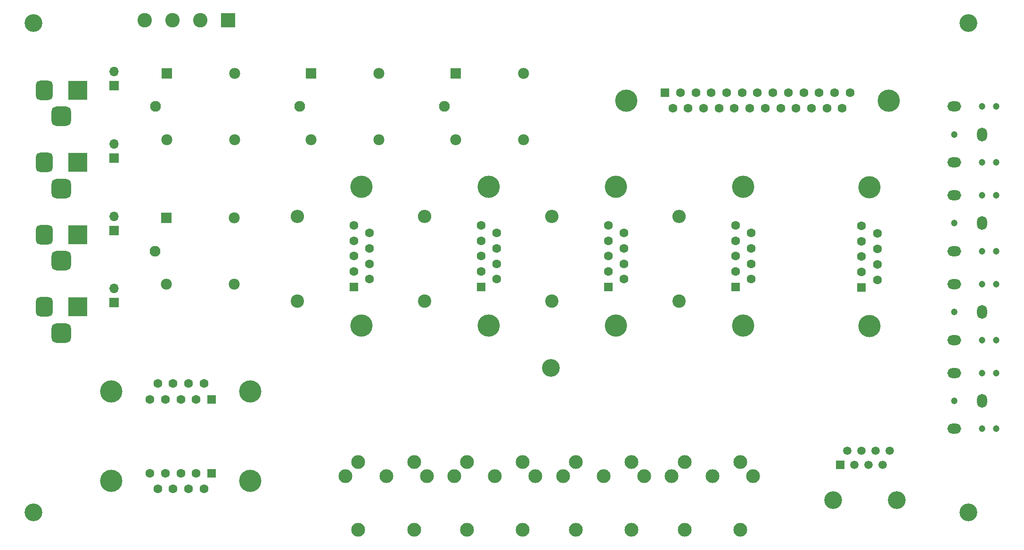
<source format=gbs>
G04 #@! TF.GenerationSoftware,KiCad,Pcbnew,(6.0.1-0)*
G04 #@! TF.CreationDate,2022-02-10T20:32:20-06:00*
G04 #@! TF.ProjectId,Input Board,496e7075-7420-4426-9f61-72642e6b6963,B*
G04 #@! TF.SameCoordinates,Original*
G04 #@! TF.FileFunction,Soldermask,Bot*
G04 #@! TF.FilePolarity,Negative*
%FSLAX46Y46*%
G04 Gerber Fmt 4.6, Leading zero omitted, Abs format (unit mm)*
G04 Created by KiCad (PCBNEW (6.0.1-0)) date 2022-02-10 20:32:20*
%MOMM*%
%LPD*%
G01*
G04 APERTURE LIST*
G04 Aperture macros list*
%AMRoundRect*
0 Rectangle with rounded corners*
0 $1 Rounding radius*
0 $2 $3 $4 $5 $6 $7 $8 $9 X,Y pos of 4 corners*
0 Add a 4 corners polygon primitive as box body*
4,1,4,$2,$3,$4,$5,$6,$7,$8,$9,$2,$3,0*
0 Add four circle primitives for the rounded corners*
1,1,$1+$1,$2,$3*
1,1,$1+$1,$4,$5*
1,1,$1+$1,$6,$7*
1,1,$1+$1,$8,$9*
0 Add four rect primitives between the rounded corners*
20,1,$1+$1,$2,$3,$4,$5,0*
20,1,$1+$1,$4,$5,$6,$7,0*
20,1,$1+$1,$6,$7,$8,$9,0*
20,1,$1+$1,$8,$9,$2,$3,0*%
G04 Aperture macros list end*
%ADD10R,2.600000X2.600000*%
%ADD11C,2.600000*%
%ADD12R,1.700000X1.700000*%
%ADD13O,1.700000X1.700000*%
%ADD14R,3.500000X3.500000*%
%ADD15RoundRect,0.750000X-0.750000X-1.000000X0.750000X-1.000000X0.750000X1.000000X-0.750000X1.000000X0*%
%ADD16RoundRect,0.875000X-0.875000X-0.875000X0.875000X-0.875000X0.875000X0.875000X-0.875000X0.875000X0*%
%ADD17C,1.200000*%
%ADD18O,2.500000X1.800000*%
%ADD19O,1.800000X2.500000*%
%ADD20C,4.000000*%
%ADD21R,1.600000X1.600000*%
%ADD22C,1.600000*%
%ADD23R,1.980000X1.980000*%
%ADD24C,1.980000*%
%ADD25C,1.935000*%
%ADD26C,2.400000*%
%ADD27O,2.400000X2.400000*%
%ADD28C,3.200000*%
%ADD29C,2.489200*%
%ADD30R,1.500000X1.500000*%
%ADD31C,1.500000*%
G04 APERTURE END LIST*
D10*
X93000000Y-45500000D03*
D11*
X88000000Y-45500000D03*
X83000000Y-45500000D03*
X78000000Y-45500000D03*
D12*
X72500000Y-70275000D03*
D13*
X72500000Y-67735000D03*
D14*
X66000000Y-58042500D03*
D15*
X60000000Y-58042500D03*
D16*
X63000000Y-62742500D03*
D17*
X228500000Y-109000000D03*
X223500000Y-114000000D03*
X231000000Y-119000000D03*
X231000000Y-109000000D03*
X228500000Y-119000000D03*
D18*
X223500000Y-119000000D03*
D19*
X228500000Y-114000000D03*
D18*
X223500000Y-109000000D03*
D12*
X72500000Y-57275000D03*
D13*
X72500000Y-54735000D03*
D20*
X72010000Y-128389669D03*
X97010000Y-128389669D03*
D21*
X90050000Y-126969669D03*
D22*
X87280000Y-126969669D03*
X84510000Y-126969669D03*
X81740000Y-126969669D03*
X78970000Y-126969669D03*
X88665000Y-129809669D03*
X85895000Y-129809669D03*
X83125000Y-129809669D03*
X80355000Y-129809669D03*
D12*
X72500000Y-96275000D03*
D13*
X72500000Y-93735000D03*
D14*
X66000000Y-97042500D03*
D15*
X60000000Y-97042500D03*
D16*
X63000000Y-101742500D03*
D23*
X107900000Y-55000000D03*
D24*
X107900000Y-67000000D03*
D25*
X105900000Y-61000000D03*
D24*
X120100000Y-55000000D03*
X120100000Y-67000000D03*
D14*
X66000000Y-71042500D03*
D15*
X60000000Y-71042500D03*
D16*
X63000000Y-75742500D03*
D26*
X128280000Y-96000000D03*
D27*
X128280000Y-80760000D03*
D28*
X58000000Y-134000000D03*
D12*
X72500000Y-83275000D03*
D13*
X72500000Y-80735000D03*
D26*
X105420000Y-96000000D03*
D27*
X105420000Y-80760000D03*
D23*
X82000000Y-55000000D03*
D24*
X82000000Y-67000000D03*
D25*
X80000000Y-61000000D03*
D24*
X94200000Y-55000000D03*
X94200000Y-67000000D03*
D17*
X228500000Y-87000000D03*
X228500000Y-77000000D03*
X231000000Y-87000000D03*
X223500000Y-82000000D03*
X231000000Y-77000000D03*
D18*
X223500000Y-87000000D03*
D19*
X228500000Y-82000000D03*
D18*
X223500000Y-77000000D03*
D29*
X128705631Y-127500660D03*
X121405671Y-127500660D03*
X114105711Y-127500660D03*
X126404391Y-125001300D03*
X116406951Y-125001300D03*
X116406951Y-137200920D03*
X126404391Y-137200920D03*
X167768517Y-127500660D03*
X160468557Y-127500660D03*
X153168597Y-127500660D03*
X165467277Y-125001300D03*
X155469837Y-125001300D03*
X155469837Y-137200920D03*
X165467277Y-137200920D03*
D28*
X226000000Y-134000000D03*
X58000000Y-46000000D03*
D23*
X81900000Y-81000000D03*
D24*
X81900000Y-93000000D03*
D25*
X79900000Y-87000000D03*
D24*
X94100000Y-81000000D03*
X94100000Y-93000000D03*
D17*
X228500000Y-103000000D03*
X231000000Y-93000000D03*
X231000000Y-103000000D03*
X228500000Y-93000000D03*
X223500000Y-98000000D03*
D18*
X223500000Y-103000000D03*
D19*
X228500000Y-98000000D03*
D18*
X223500000Y-93000000D03*
D17*
X231000000Y-61000000D03*
X231000000Y-71000000D03*
X223500000Y-66000000D03*
X228500000Y-71000000D03*
X228500000Y-61000000D03*
D18*
X223500000Y-71000000D03*
D19*
X228500000Y-66000000D03*
D18*
X223500000Y-61000000D03*
D14*
X66000000Y-84042500D03*
D15*
X60000000Y-84042500D03*
D16*
X63000000Y-88742500D03*
D28*
X226000000Y-46000000D03*
X213160000Y-131850000D03*
X201730000Y-131850000D03*
D30*
X203000000Y-125500000D03*
D31*
X204270000Y-122960000D03*
X205540000Y-125500000D03*
X206810000Y-122960000D03*
X208080000Y-125500000D03*
X209350000Y-122960000D03*
X210620000Y-125500000D03*
X211890000Y-122960000D03*
D26*
X174000000Y-96000000D03*
D27*
X174000000Y-80760000D03*
D29*
X148237074Y-127500660D03*
X140937114Y-127500660D03*
X133637154Y-127500660D03*
X145935834Y-125001300D03*
X135938394Y-125001300D03*
X135938394Y-137200920D03*
X145935834Y-137200920D03*
D26*
X151140000Y-96000000D03*
D27*
X151140000Y-80760000D03*
D28*
X151000000Y-108000000D03*
D29*
X187299960Y-127500660D03*
X180000000Y-127500660D03*
X172700040Y-127500660D03*
X184998720Y-125001300D03*
X175001280Y-125001300D03*
X175001280Y-137200920D03*
X184998720Y-137200920D03*
D23*
X133900000Y-55000000D03*
D24*
X133900000Y-67000000D03*
D25*
X131900000Y-61000000D03*
D24*
X146100000Y-55000000D03*
X146100000Y-67000000D03*
D20*
X185580000Y-75420000D03*
X185580000Y-100420000D03*
D21*
X184160000Y-93460000D03*
D22*
X184160000Y-90690000D03*
X184160000Y-87920000D03*
X184160000Y-85150000D03*
X184160000Y-82380000D03*
X187000000Y-92075000D03*
X187000000Y-89305000D03*
X187000000Y-86535000D03*
X187000000Y-83765000D03*
D20*
X164570000Y-59920000D03*
X211670000Y-59920000D03*
D21*
X171500000Y-58500000D03*
D22*
X174270000Y-58500000D03*
X177040000Y-58500000D03*
X179810000Y-58500000D03*
X182580000Y-58500000D03*
X185350000Y-58500000D03*
X188120000Y-58500000D03*
X190890000Y-58500000D03*
X193660000Y-58500000D03*
X196430000Y-58500000D03*
X199200000Y-58500000D03*
X201970000Y-58500000D03*
X204740000Y-58500000D03*
X172885000Y-61340000D03*
X175655000Y-61340000D03*
X178425000Y-61340000D03*
X181195000Y-61340000D03*
X183965000Y-61340000D03*
X186735000Y-61340000D03*
X189505000Y-61340000D03*
X192275000Y-61340000D03*
X195045000Y-61340000D03*
X197815000Y-61340000D03*
X200585000Y-61340000D03*
X203355000Y-61340000D03*
D20*
X208229669Y-100510000D03*
X208229669Y-75510000D03*
D21*
X206809669Y-93550000D03*
D22*
X206809669Y-90780000D03*
X206809669Y-88010000D03*
X206809669Y-85240000D03*
X206809669Y-82470000D03*
X209649669Y-92165000D03*
X209649669Y-89395000D03*
X209649669Y-86625000D03*
X209649669Y-83855000D03*
D20*
X72010000Y-112270331D03*
X97010000Y-112270331D03*
D21*
X90050000Y-113690331D03*
D22*
X87280000Y-113690331D03*
X84510000Y-113690331D03*
X81740000Y-113690331D03*
X78970000Y-113690331D03*
X88665000Y-110850331D03*
X85895000Y-110850331D03*
X83125000Y-110850331D03*
X80355000Y-110850331D03*
D20*
X162720000Y-75420000D03*
X162720000Y-100420000D03*
D21*
X161300000Y-93460000D03*
D22*
X161300000Y-90690000D03*
X161300000Y-87920000D03*
X161300000Y-85150000D03*
X161300000Y-82380000D03*
X164140000Y-92075000D03*
X164140000Y-89305000D03*
X164140000Y-86535000D03*
X164140000Y-83765000D03*
D20*
X139860000Y-100420000D03*
X139860000Y-75420000D03*
D21*
X138440000Y-93460000D03*
D22*
X138440000Y-90690000D03*
X138440000Y-87920000D03*
X138440000Y-85150000D03*
X138440000Y-82380000D03*
X141280000Y-92075000D03*
X141280000Y-89305000D03*
X141280000Y-86535000D03*
X141280000Y-83765000D03*
D20*
X117000000Y-100420000D03*
X117000000Y-75420000D03*
D21*
X115580000Y-93460000D03*
D22*
X115580000Y-90690000D03*
X115580000Y-87920000D03*
X115580000Y-85150000D03*
X115580000Y-82380000D03*
X118420000Y-92075000D03*
X118420000Y-89305000D03*
X118420000Y-86535000D03*
X118420000Y-83765000D03*
M02*

</source>
